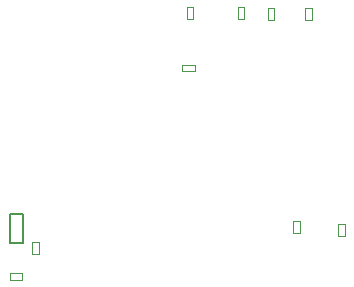
<source format=gbr>
%TF.GenerationSoftware,Altium Limited,Altium Designer,24.10.1 (45)*%
G04 Layer_Color=16711935*
%FSLAX45Y45*%
%MOMM*%
%TF.SameCoordinates,B7086401-7AB7-4448-8119-44CCD126B3FB*%
%TF.FilePolarity,Positive*%
%TF.FileFunction,Other,Top_Assembly*%
%TF.Part,Single*%
G01*
G75*
%TA.AperFunction,NonConductor*%
%ADD25C,0.20000*%
%ADD28C,0.10000*%
D25*
X4957100Y5697400D02*
Y5947400D01*
X4847100Y5697400D02*
X4957100D01*
X4847100D02*
Y5947400D01*
X4957100D01*
D28*
X6347800Y7591800D02*
X6402799D01*
X6347800Y7696800D02*
X6402799D01*
X6347800Y7591800D02*
Y7696800D01*
X6402799Y7591800D02*
Y7696800D01*
X6415100Y7152700D02*
Y7207700D01*
X6310100Y7152700D02*
Y7207700D01*
Y7152700D02*
X6415100D01*
X6310100Y7207700D02*
X6415100D01*
X4849600Y5388500D02*
Y5443500D01*
X4954600Y5388500D02*
Y5443500D01*
X4849600D02*
X4954600D01*
X4849600Y5388500D02*
X4954600D01*
X5039700Y5604800D02*
X5094699D01*
X5039700Y5709800D02*
X5094699D01*
X5039700Y5604800D02*
Y5709800D01*
X5094699Y5604800D02*
Y5709800D01*
X6779600Y7696800D02*
X6834600D01*
X6779600Y7591800D02*
X6834600D01*
Y7696800D01*
X6779600Y7591800D02*
Y7696800D01*
X7249500Y5886500D02*
X7304500D01*
X7249500Y5781500D02*
X7304500D01*
Y5886500D01*
X7249500Y5781500D02*
Y5886500D01*
X7631600Y5861100D02*
X7686600D01*
X7631600Y5756100D02*
X7686600D01*
Y5861100D01*
X7631600Y5756100D02*
Y5861100D01*
X7351100Y7689900D02*
X7406100D01*
X7351100Y7584900D02*
X7406100D01*
Y7689900D01*
X7351100Y7584900D02*
Y7689900D01*
X7033600D02*
X7088599D01*
X7033600Y7584900D02*
X7088599D01*
Y7689900D01*
X7033600Y7584900D02*
Y7689900D01*
%TF.MD5,f0f34a4bf23496f80f32ccd4727de950*%
M02*

</source>
